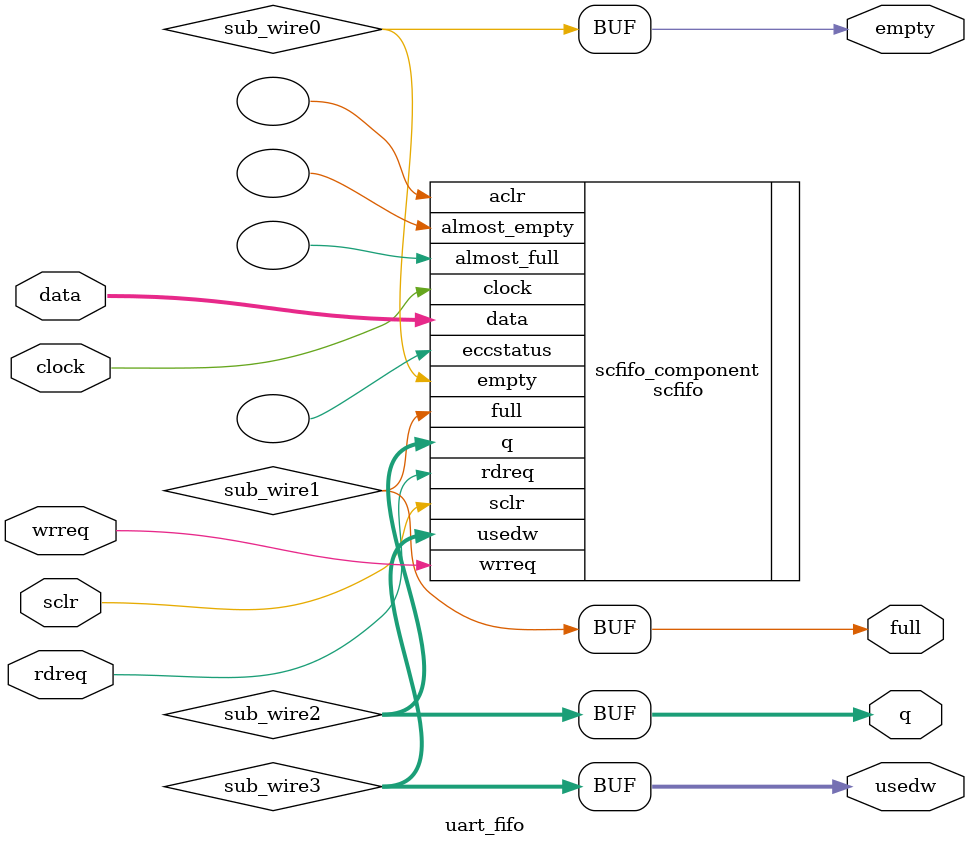
<source format=v>

`timescale 1 ps / 1 ps
// synopsys translate_on
module uart_fifo (
	clock,
	data,
	rdreq,
	sclr,
	wrreq,
	empty,
	full,
	q,
	usedw);

	input	  clock;
	input	[7:0]  data;
	input	  rdreq;
	input	  sclr;
	input	  wrreq;
	output	  empty;
	output	  full;
	output	[7:0]  q;
	output	[3:0]  usedw;

	wire  sub_wire0;
	wire  sub_wire1;
	wire [7:0] sub_wire2;
	wire [3:0] sub_wire3;
	wire  empty = sub_wire0;
	wire  full = sub_wire1;
	wire [7:0] q = sub_wire2[7:0];
	wire [3:0] usedw = sub_wire3[3:0];

	scfifo	scfifo_component (
				.clock (clock),
				.data (data),
				.rdreq (rdreq),
				.sclr (sclr),
				.wrreq (wrreq),
				.empty (sub_wire0),
				.full (sub_wire1),
				.q (sub_wire2),
				.usedw (sub_wire3),
				.aclr (),
				.almost_empty (),
				.almost_full (),
				.eccstatus ());
	defparam
		scfifo_component.add_ram_output_register = "ON",
		scfifo_component.intended_device_family = "MAX 10",
		scfifo_component.lpm_numwords = 16,
		scfifo_component.lpm_showahead = "OFF",
		scfifo_component.lpm_type = "scfifo",
		scfifo_component.lpm_width = 8,
		scfifo_component.lpm_widthu = 4,
		scfifo_component.overflow_checking = "ON",
		scfifo_component.underflow_checking = "ON",
		scfifo_component.use_eab = "ON";


endmodule


</source>
